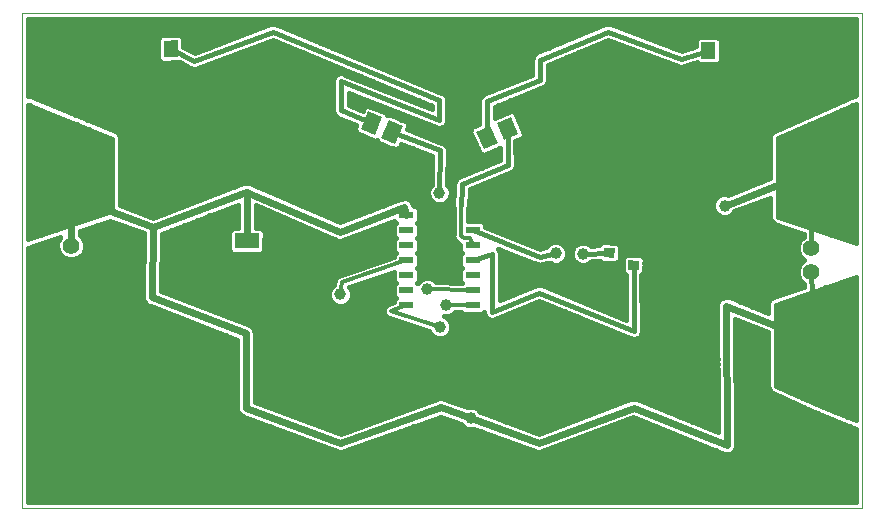
<source format=gtl>
G75*
%MOIN*%
%OFA0B0*%
%FSLAX25Y25*%
%IPPOS*%
%LPD*%
%AMOC8*
5,1,8,0,0,1.08239X$1,22.5*
%
%ADD10C,0.00394*%
%ADD11R,0.05000X0.08110*%
%ADD12R,0.04724X0.05512*%
%ADD13R,0.03150X0.03543*%
%ADD14R,0.05118X0.06299*%
%ADD15R,0.04724X0.02362*%
%ADD16C,0.21500*%
%ADD17C,0.05543*%
%ADD18C,0.02400*%
%ADD19C,0.03962*%
%ADD20C,0.01600*%
%ADD21C,0.01200*%
D10*
X0013034Y0012996D02*
X0293034Y0012996D01*
X0293034Y0177996D01*
X0013034Y0177996D01*
X0013034Y0012996D01*
D11*
G36*
X0083935Y0085755D02*
X0083978Y0090754D01*
X0092087Y0090683D01*
X0092044Y0085684D01*
X0083935Y0085755D01*
G37*
G36*
X0084055Y0099574D02*
X0084098Y0104573D01*
X0092207Y0104502D01*
X0092164Y0099503D01*
X0084055Y0099574D01*
G37*
D12*
G36*
X0060391Y0168813D02*
X0065114Y0168862D01*
X0065171Y0163351D01*
X0060448Y0163302D01*
X0060391Y0168813D01*
G37*
G36*
X0048581Y0168690D02*
X0053304Y0168739D01*
X0053361Y0163228D01*
X0048638Y0163179D01*
X0048581Y0168690D01*
G37*
G36*
X0244306Y0162737D02*
X0239583Y0162671D01*
X0239506Y0168181D01*
X0244229Y0168247D01*
X0244306Y0162737D01*
G37*
G36*
X0256115Y0162902D02*
X0251392Y0162836D01*
X0251315Y0168346D01*
X0256038Y0168412D01*
X0256115Y0162902D01*
G37*
D13*
G36*
X0219134Y0102947D02*
X0219008Y0099801D01*
X0215470Y0099943D01*
X0215596Y0103089D01*
X0219134Y0102947D01*
G37*
G36*
X0210723Y0099542D02*
X0210597Y0096396D01*
X0207059Y0096538D01*
X0207185Y0099684D01*
X0210723Y0099542D01*
G37*
G36*
X0218834Y0095473D02*
X0218708Y0092327D01*
X0215170Y0092469D01*
X0215296Y0095615D01*
X0218834Y0095473D01*
G37*
D14*
G36*
X0164555Y0138475D02*
X0169258Y0140491D01*
X0171739Y0134703D01*
X0167036Y0132687D01*
X0164555Y0138475D01*
G37*
G36*
X0171431Y0141422D02*
X0176134Y0143438D01*
X0178615Y0137650D01*
X0173912Y0135634D01*
X0171431Y0141422D01*
G37*
G36*
X0135442Y0142246D02*
X0140141Y0140221D01*
X0137650Y0134438D01*
X0132951Y0136463D01*
X0135442Y0142246D01*
G37*
G36*
X0128572Y0145205D02*
X0133271Y0143180D01*
X0130780Y0137397D01*
X0126081Y0139422D01*
X0128572Y0145205D01*
G37*
D15*
X0141305Y0110616D03*
X0141305Y0105616D03*
X0141305Y0100616D03*
X0141305Y0095616D03*
X0141305Y0090616D03*
X0141305Y0085616D03*
X0141305Y0080616D03*
X0163352Y0080616D03*
X0163352Y0085616D03*
X0163352Y0090616D03*
X0163352Y0095616D03*
X0163352Y0100616D03*
X0163352Y0105616D03*
X0163352Y0110616D03*
D16*
X0276631Y0125207D03*
X0277113Y0068760D03*
X0029744Y0066680D03*
X0029449Y0124296D03*
D17*
X0029561Y0100415D03*
X0029561Y0092541D03*
X0276268Y0091703D03*
X0276268Y0099577D03*
D18*
X0276631Y0125207D02*
X0247363Y0113776D01*
X0247877Y0080397D02*
X0248185Y0033876D01*
X0217011Y0046404D01*
X0185347Y0034613D01*
X0162765Y0042965D01*
X0152701Y0046650D01*
X0119318Y0034613D01*
X0087857Y0046329D01*
X0087741Y0071214D01*
X0056585Y0083268D01*
X0056722Y0106556D01*
X0029567Y0117011D01*
X0029449Y0124296D02*
X0029561Y0100415D01*
X0029561Y0092541D02*
X0029744Y0066680D01*
X0088131Y0102038D02*
X0088004Y0118409D01*
X0087983Y0118409D02*
X0056722Y0106556D01*
X0087983Y0118409D02*
X0119091Y0105111D01*
X0140655Y0113260D01*
X0141305Y0110616D01*
X0247877Y0080397D02*
X0277113Y0068760D01*
D19*
X0247363Y0113776D03*
X0200142Y0097702D03*
X0191048Y0097912D03*
X0154491Y0080661D03*
X0148296Y0085876D03*
X0152483Y0073329D03*
X0119323Y0084194D03*
X0088034Y0081247D03*
X0152287Y0118023D03*
X0162765Y0042965D03*
D20*
X0166033Y0044955D02*
X0165970Y0045107D01*
X0164907Y0046171D01*
X0163517Y0046746D01*
X0162013Y0046746D01*
X0161614Y0046581D01*
X0153857Y0049421D01*
X0153437Y0049619D01*
X0153300Y0049625D01*
X0153172Y0049672D01*
X0152708Y0049653D01*
X0152245Y0049675D01*
X0152116Y0049628D01*
X0151980Y0049622D01*
X0151559Y0049427D01*
X0119335Y0037808D01*
X0090847Y0048417D01*
X0090744Y0070660D01*
X0090755Y0070688D01*
X0090741Y0071256D01*
X0090738Y0071825D01*
X0090727Y0071852D01*
X0090726Y0071881D01*
X0090497Y0072401D01*
X0090277Y0072925D01*
X0090256Y0072946D01*
X0090244Y0072973D01*
X0089833Y0073365D01*
X0089429Y0073765D01*
X0089402Y0073776D01*
X0089380Y0073796D01*
X0088850Y0074002D01*
X0088324Y0074217D01*
X0088295Y0074216D01*
X0059597Y0085320D01*
X0059710Y0104480D01*
X0085038Y0114083D01*
X0085098Y0106364D01*
X0083368Y0106380D01*
X0082305Y0105334D01*
X0082248Y0098843D01*
X0083293Y0097780D01*
X0092894Y0097696D01*
X0093958Y0098741D01*
X0094014Y0105232D01*
X0092969Y0106296D01*
X0091098Y0106312D01*
X0091040Y0113839D01*
X0117884Y0102364D01*
X0118400Y0102131D01*
X0118432Y0102130D01*
X0118460Y0102118D01*
X0119027Y0102111D01*
X0119593Y0102094D01*
X0119623Y0102105D01*
X0119654Y0102104D01*
X0120180Y0102315D01*
X0137142Y0108725D01*
X0137142Y0108689D01*
X0137716Y0108116D01*
X0137142Y0107542D01*
X0137142Y0103689D01*
X0137716Y0103116D01*
X0137142Y0102542D01*
X0137142Y0098689D01*
X0137716Y0098116D01*
X0137142Y0097542D01*
X0137142Y0096724D01*
X0118951Y0090477D01*
X0118530Y0090347D01*
X0118500Y0090323D01*
X0118464Y0090310D01*
X0118134Y0090019D01*
X0117795Y0089738D01*
X0117777Y0089704D01*
X0117748Y0089678D01*
X0117555Y0089283D01*
X0117350Y0088893D01*
X0117346Y0088855D01*
X0117329Y0088820D01*
X0117302Y0088381D01*
X0117212Y0087412D01*
X0117181Y0087399D01*
X0116117Y0086336D01*
X0115541Y0084946D01*
X0115541Y0083442D01*
X0116117Y0082052D01*
X0117181Y0080988D01*
X0118570Y0080413D01*
X0120075Y0080413D01*
X0121464Y0080988D01*
X0122528Y0082052D01*
X0123104Y0083442D01*
X0123104Y0084946D01*
X0122528Y0086336D01*
X0122308Y0086555D01*
X0137142Y0091649D01*
X0137142Y0088689D01*
X0137716Y0088116D01*
X0137142Y0087542D01*
X0137142Y0083689D01*
X0137716Y0083116D01*
X0137142Y0082542D01*
X0137142Y0081585D01*
X0135629Y0081003D01*
X0135501Y0080993D01*
X0135187Y0080833D01*
X0134857Y0080706D01*
X0134765Y0080618D01*
X0134651Y0080560D01*
X0134421Y0080291D01*
X0134165Y0080048D01*
X0134113Y0079931D01*
X0134030Y0079834D01*
X0133921Y0079498D01*
X0133778Y0079175D01*
X0133775Y0079047D01*
X0133735Y0078926D01*
X0133763Y0078574D01*
X0133754Y0078221D01*
X0133800Y0078101D01*
X0133810Y0077974D01*
X0133970Y0077659D01*
X0134097Y0077330D01*
X0134185Y0077237D01*
X0134243Y0077123D01*
X0134511Y0076894D01*
X0134754Y0076638D01*
X0134871Y0076586D01*
X0134969Y0076503D01*
X0135304Y0076394D01*
X0135627Y0076250D01*
X0135755Y0076247D01*
X0148962Y0071951D01*
X0149278Y0071187D01*
X0150342Y0070124D01*
X0151731Y0069548D01*
X0153236Y0069548D01*
X0154625Y0070124D01*
X0155689Y0071187D01*
X0156265Y0072577D01*
X0156265Y0074081D01*
X0155689Y0075471D01*
X0154625Y0076534D01*
X0153791Y0076880D01*
X0155243Y0076880D01*
X0156633Y0077456D01*
X0157423Y0078246D01*
X0159644Y0078235D01*
X0160244Y0077635D01*
X0166460Y0077635D01*
X0167173Y0078348D01*
X0167169Y0077862D01*
X0167171Y0077858D01*
X0167171Y0077853D01*
X0167366Y0077377D01*
X0167558Y0076903D01*
X0167561Y0076900D01*
X0167563Y0076896D01*
X0167924Y0076532D01*
X0168284Y0076167D01*
X0168288Y0076165D01*
X0168292Y0076162D01*
X0168764Y0075964D01*
X0169237Y0075764D01*
X0169241Y0075764D01*
X0169246Y0075762D01*
X0169760Y0075760D01*
X0170271Y0075756D01*
X0170275Y0075758D01*
X0170280Y0075758D01*
X0170756Y0075953D01*
X0185652Y0081995D01*
X0215691Y0069693D01*
X0215694Y0069690D01*
X0216170Y0069497D01*
X0216645Y0069302D01*
X0216649Y0069302D01*
X0216652Y0069301D01*
X0217166Y0069304D01*
X0217679Y0069306D01*
X0217683Y0069308D01*
X0217686Y0069308D01*
X0218160Y0069508D01*
X0218633Y0069706D01*
X0218636Y0069709D01*
X0218639Y0069710D01*
X0219001Y0070077D01*
X0219362Y0070440D01*
X0219363Y0070444D01*
X0219366Y0070446D01*
X0219560Y0070924D01*
X0219754Y0071397D01*
X0219754Y0071401D01*
X0219755Y0071405D01*
X0219752Y0071919D01*
X0219750Y0072432D01*
X0219748Y0072435D01*
X0219624Y0090722D01*
X0220477Y0091509D01*
X0220664Y0096146D01*
X0219652Y0097242D01*
X0214622Y0097444D01*
X0213526Y0096433D01*
X0213340Y0091796D01*
X0214351Y0090700D01*
X0214424Y0090697D01*
X0214525Y0075790D01*
X0186656Y0087203D01*
X0186193Y0087399D01*
X0186178Y0087399D01*
X0186164Y0087405D01*
X0185661Y0087403D01*
X0185159Y0087407D01*
X0185145Y0087401D01*
X0185129Y0087401D01*
X0184666Y0087207D01*
X0172388Y0082226D01*
X0172448Y0097709D01*
X0172478Y0098142D01*
X0172450Y0098224D01*
X0172450Y0098310D01*
X0172286Y0098711D01*
X0172148Y0099123D01*
X0172091Y0099187D01*
X0172058Y0099267D01*
X0171893Y0099433D01*
X0184544Y0094419D01*
X0184769Y0094275D01*
X0185020Y0094230D01*
X0185257Y0094136D01*
X0185524Y0094140D01*
X0185787Y0094093D01*
X0186036Y0094148D01*
X0186291Y0094152D01*
X0186536Y0094258D01*
X0188847Y0094766D01*
X0188906Y0094706D01*
X0190296Y0094131D01*
X0191800Y0094131D01*
X0193190Y0094706D01*
X0194253Y0095770D01*
X0194829Y0097160D01*
X0194829Y0098664D01*
X0194253Y0100054D01*
X0193190Y0101117D01*
X0191800Y0101693D01*
X0190296Y0101693D01*
X0188906Y0101117D01*
X0187842Y0100054D01*
X0187758Y0099851D01*
X0185953Y0099454D01*
X0167514Y0106763D01*
X0167514Y0107542D01*
X0166460Y0108597D01*
X0161820Y0108597D01*
X0161848Y0113046D01*
X0162031Y0113443D01*
X0162123Y0115729D01*
X0162138Y0115745D01*
X0162526Y0116703D01*
X0162505Y0119288D01*
X0175584Y0124634D01*
X0175595Y0124634D01*
X0176061Y0124829D01*
X0176530Y0125021D01*
X0176539Y0125029D01*
X0176549Y0125033D01*
X0176905Y0125392D01*
X0177265Y0125749D01*
X0177270Y0125759D01*
X0177278Y0125767D01*
X0177470Y0126235D01*
X0177666Y0126703D01*
X0177666Y0126714D01*
X0177670Y0126724D01*
X0177668Y0127230D01*
X0177670Y0127737D01*
X0177666Y0127747D01*
X0177639Y0135272D01*
X0180010Y0136289D01*
X0180564Y0137673D01*
X0177495Y0144833D01*
X0176110Y0145387D01*
X0170767Y0143097D01*
X0170779Y0146808D01*
X0186706Y0153226D01*
X0187171Y0153405D01*
X0187185Y0153419D01*
X0187202Y0153426D01*
X0187558Y0153775D01*
X0187920Y0154119D01*
X0187927Y0154137D01*
X0187941Y0154150D01*
X0188136Y0154609D01*
X0188338Y0155065D01*
X0188338Y0155084D01*
X0188346Y0155102D01*
X0188351Y0155601D01*
X0188472Y0160708D01*
X0208450Y0168993D01*
X0231929Y0160242D01*
X0232249Y0160077D01*
X0232410Y0160063D01*
X0232561Y0160006D01*
X0232921Y0160019D01*
X0233280Y0159989D01*
X0233434Y0160038D01*
X0233595Y0160044D01*
X0233922Y0160193D01*
X0238162Y0161541D01*
X0238862Y0160860D01*
X0245077Y0160947D01*
X0246116Y0162016D01*
X0246019Y0169018D01*
X0244949Y0170058D01*
X0238735Y0169971D01*
X0237695Y0168902D01*
X0237723Y0166858D01*
X0233052Y0165373D01*
X0209351Y0174206D01*
X0208916Y0174387D01*
X0208868Y0174387D01*
X0208823Y0174403D01*
X0208352Y0174386D01*
X0207881Y0174386D01*
X0207837Y0174368D01*
X0207789Y0174366D01*
X0207361Y0174170D01*
X0184946Y0164875D01*
X0184493Y0164700D01*
X0184469Y0164678D01*
X0184439Y0164665D01*
X0184096Y0164322D01*
X0183744Y0163986D01*
X0183731Y0163956D01*
X0183708Y0163933D01*
X0183522Y0163484D01*
X0183326Y0163040D01*
X0183325Y0163008D01*
X0183313Y0162978D01*
X0183313Y0162492D01*
X0183192Y0157416D01*
X0167684Y0151168D01*
X0167675Y0151168D01*
X0167205Y0150975D01*
X0166733Y0150784D01*
X0166727Y0150778D01*
X0166718Y0150775D01*
X0166358Y0150416D01*
X0165994Y0150060D01*
X0165991Y0150052D01*
X0165985Y0150046D01*
X0165788Y0149576D01*
X0165589Y0149108D01*
X0165589Y0149099D01*
X0165586Y0149091D01*
X0165584Y0148582D01*
X0165579Y0148074D01*
X0165583Y0148066D01*
X0165561Y0140866D01*
X0163160Y0139837D01*
X0162606Y0138452D01*
X0165675Y0131292D01*
X0167060Y0130738D01*
X0172447Y0133047D01*
X0172462Y0128975D01*
X0159370Y0123624D01*
X0159352Y0123624D01*
X0158892Y0123429D01*
X0158428Y0123240D01*
X0158416Y0123227D01*
X0158400Y0123221D01*
X0158049Y0122864D01*
X0157693Y0122512D01*
X0157687Y0122496D01*
X0157675Y0122483D01*
X0157487Y0122019D01*
X0157293Y0121558D01*
X0157293Y0121541D01*
X0157287Y0121524D01*
X0157291Y0121024D01*
X0157288Y0120523D01*
X0157295Y0120507D01*
X0157320Y0117356D01*
X0156952Y0116559D01*
X0156835Y0113652D01*
X0157048Y0113075D01*
X0156993Y0104257D01*
X0156990Y0104249D01*
X0156990Y0103779D01*
X0156987Y0103310D01*
X0156990Y0103302D01*
X0156990Y0103295D01*
X0157170Y0102860D01*
X0157347Y0102425D01*
X0157352Y0102420D01*
X0157355Y0102412D01*
X0157687Y0102080D01*
X0158018Y0101746D01*
X0158025Y0101743D01*
X0158292Y0101475D01*
X0158967Y0100800D01*
X0159190Y0100708D01*
X0159190Y0098689D01*
X0159763Y0098116D01*
X0159190Y0097542D01*
X0159190Y0093689D01*
X0159763Y0093116D01*
X0159190Y0092542D01*
X0159190Y0088689D01*
X0159763Y0088116D01*
X0159726Y0088079D01*
X0151295Y0088224D01*
X0150438Y0089081D01*
X0149048Y0089657D01*
X0147544Y0089657D01*
X0146154Y0089081D01*
X0145091Y0088017D01*
X0145062Y0087948D01*
X0144894Y0088116D01*
X0145467Y0088689D01*
X0145467Y0092542D01*
X0144894Y0093116D01*
X0145467Y0093689D01*
X0145467Y0097542D01*
X0144894Y0098116D01*
X0145467Y0098689D01*
X0145467Y0102542D01*
X0144894Y0103116D01*
X0145467Y0103689D01*
X0145467Y0107542D01*
X0144894Y0108116D01*
X0145467Y0108689D01*
X0145467Y0112542D01*
X0144412Y0113597D01*
X0143668Y0113597D01*
X0143673Y0113762D01*
X0143526Y0114151D01*
X0143427Y0114555D01*
X0143317Y0114705D01*
X0143251Y0114879D01*
X0142966Y0115182D01*
X0142720Y0115517D01*
X0142561Y0115613D01*
X0142434Y0115749D01*
X0142055Y0115920D01*
X0141699Y0116135D01*
X0141516Y0116163D01*
X0141346Y0116240D01*
X0140931Y0116253D01*
X0140520Y0116316D01*
X0140339Y0116271D01*
X0140153Y0116277D01*
X0139764Y0116130D01*
X0139361Y0116031D01*
X0139211Y0115921D01*
X0119160Y0108344D01*
X0089722Y0120928D01*
X0089684Y0120966D01*
X0088958Y0121260D01*
X0088671Y0121389D01*
X0088641Y0121390D01*
X0088614Y0121402D01*
X0088608Y0121402D01*
X0088578Y0121414D01*
X0088002Y0121409D01*
X0087478Y0121425D01*
X0087450Y0121415D01*
X0087420Y0121415D01*
X0087394Y0121405D01*
X0087384Y0121405D01*
X0087203Y0121328D01*
X0086893Y0121203D01*
X0056730Y0109767D01*
X0045820Y0113968D01*
X0045820Y0135606D01*
X0045823Y0135615D01*
X0045820Y0136163D01*
X0045820Y0136711D01*
X0045816Y0136720D01*
X0045816Y0136729D01*
X0045604Y0137233D01*
X0045394Y0137740D01*
X0045387Y0137747D01*
X0045384Y0137755D01*
X0044994Y0138140D01*
X0044606Y0138528D01*
X0044598Y0138531D01*
X0044591Y0138538D01*
X0044084Y0138744D01*
X0043577Y0138954D01*
X0043568Y0138954D01*
X0015031Y0150563D01*
X0015031Y0175999D01*
X0291037Y0175999D01*
X0291037Y0150613D01*
X0264015Y0138669D01*
X0263559Y0138476D01*
X0263543Y0138460D01*
X0263521Y0138450D01*
X0263180Y0138093D01*
X0262832Y0137741D01*
X0262824Y0137719D01*
X0262807Y0137702D01*
X0262762Y0137585D01*
X0262729Y0137571D01*
X0262729Y0137498D01*
X0262629Y0137241D01*
X0262443Y0136783D01*
X0262443Y0136759D01*
X0262434Y0136737D01*
X0262446Y0136242D01*
X0262527Y0122919D01*
X0248446Y0117420D01*
X0248115Y0117557D01*
X0246611Y0117557D01*
X0245221Y0116981D01*
X0244157Y0115918D01*
X0243582Y0114528D01*
X0243582Y0113024D01*
X0244157Y0111634D01*
X0245221Y0110570D01*
X0246611Y0109995D01*
X0248115Y0109995D01*
X0249505Y0110570D01*
X0250568Y0111634D01*
X0250654Y0111841D01*
X0262566Y0116493D01*
X0262577Y0114728D01*
X0262537Y0108778D01*
X0262982Y0108638D01*
X0263010Y0108571D01*
X0263067Y0108515D01*
X0263103Y0108443D01*
X0263433Y0108153D01*
X0263746Y0107844D01*
X0263820Y0107814D01*
X0263881Y0107761D01*
X0264297Y0107620D01*
X0264704Y0107454D01*
X0264784Y0107455D01*
X0273736Y0104418D01*
X0273723Y0103471D01*
X0273678Y0103453D01*
X0272392Y0102167D01*
X0271696Y0100486D01*
X0271696Y0098668D01*
X0272392Y0096987D01*
X0273678Y0095701D01*
X0273827Y0095640D01*
X0273678Y0095579D01*
X0272392Y0094293D01*
X0271696Y0092612D01*
X0271696Y0090794D01*
X0272392Y0089113D01*
X0273678Y0087827D01*
X0273811Y0087772D01*
X0273846Y0086821D01*
X0263961Y0083392D01*
X0263874Y0083392D01*
X0263475Y0083224D01*
X0263066Y0083082D01*
X0263001Y0083024D01*
X0262921Y0082990D01*
X0262616Y0082682D01*
X0262293Y0082395D01*
X0262255Y0082316D01*
X0262194Y0082255D01*
X0262030Y0081854D01*
X0261841Y0081464D01*
X0261836Y0081377D01*
X0261803Y0081297D01*
X0261806Y0080864D01*
X0261780Y0080431D01*
X0261809Y0080349D01*
X0261822Y0078075D01*
X0248997Y0083180D01*
X0248454Y0083401D01*
X0248443Y0083401D01*
X0248433Y0083405D01*
X0247846Y0083397D01*
X0247261Y0083393D01*
X0247250Y0083388D01*
X0247239Y0083388D01*
X0246701Y0083157D01*
X0246161Y0082929D01*
X0246153Y0082921D01*
X0246143Y0082916D01*
X0245735Y0082497D01*
X0245323Y0082079D01*
X0245319Y0082069D01*
X0245311Y0082061D01*
X0245094Y0081516D01*
X0244874Y0080974D01*
X0244874Y0080962D01*
X0244869Y0080952D01*
X0244878Y0080366D01*
X0245155Y0038327D01*
X0218195Y0049162D01*
X0217716Y0049381D01*
X0217644Y0049383D01*
X0217576Y0049410D01*
X0217050Y0049405D01*
X0216524Y0049424D01*
X0216456Y0049399D01*
X0216383Y0049398D01*
X0215899Y0049191D01*
X0185344Y0037813D01*
X0166033Y0044955D01*
X0166029Y0044966D02*
X0204552Y0044966D01*
X0200260Y0043367D02*
X0170325Y0043367D01*
X0174647Y0041769D02*
X0195967Y0041769D01*
X0191674Y0040170D02*
X0178969Y0040170D01*
X0183291Y0038572D02*
X0187382Y0038572D01*
X0191697Y0033776D02*
X0240388Y0033776D01*
X0244365Y0032178D02*
X0187404Y0032178D01*
X0186499Y0031841D02*
X0216970Y0043188D01*
X0247061Y0031095D01*
X0247608Y0030872D01*
X0247614Y0030872D01*
X0247620Y0030870D01*
X0248211Y0030876D01*
X0248801Y0030880D01*
X0248807Y0030883D01*
X0248813Y0030883D01*
X0249357Y0031114D01*
X0249901Y0031344D01*
X0249905Y0031349D01*
X0249911Y0031351D01*
X0250324Y0031773D01*
X0250739Y0032194D01*
X0250742Y0032199D01*
X0250746Y0032204D01*
X0250966Y0032752D01*
X0251189Y0033299D01*
X0251189Y0033305D01*
X0251191Y0033311D01*
X0251185Y0033902D01*
X0250907Y0075962D01*
X0261860Y0071602D01*
X0261966Y0053645D01*
X0261951Y0053177D01*
X0261969Y0053129D01*
X0261969Y0053079D01*
X0262151Y0052647D01*
X0262316Y0052209D01*
X0262351Y0052172D01*
X0262371Y0052126D01*
X0262704Y0051796D01*
X0263024Y0051455D01*
X0263070Y0051434D01*
X0263106Y0051398D01*
X0263540Y0051222D01*
X0277956Y0044707D01*
X0277998Y0044666D01*
X0278425Y0044495D01*
X0278845Y0044305D01*
X0278903Y0044303D01*
X0291037Y0039445D01*
X0291037Y0014993D01*
X0015031Y0014993D01*
X0015031Y0099631D01*
X0025916Y0103235D01*
X0025685Y0103004D01*
X0024989Y0101324D01*
X0024989Y0099505D01*
X0025685Y0097825D01*
X0026971Y0096539D01*
X0028651Y0095843D01*
X0030470Y0095843D01*
X0032150Y0096539D01*
X0033436Y0097825D01*
X0034132Y0099505D01*
X0034132Y0101324D01*
X0033436Y0103004D01*
X0032544Y0103896D01*
X0032537Y0105428D01*
X0042625Y0108768D01*
X0053710Y0104501D01*
X0053588Y0083837D01*
X0053572Y0083794D01*
X0053585Y0083242D01*
X0053581Y0082689D01*
X0053599Y0082647D01*
X0053600Y0082601D01*
X0053823Y0082096D01*
X0054032Y0081584D01*
X0054064Y0081552D01*
X0054082Y0081510D01*
X0054482Y0081128D01*
X0054871Y0080735D01*
X0054913Y0080718D01*
X0054946Y0080686D01*
X0055461Y0080487D01*
X0055970Y0080272D01*
X0056016Y0080272D01*
X0084751Y0069154D01*
X0084854Y0046863D01*
X0084837Y0046817D01*
X0084857Y0046268D01*
X0084859Y0045718D01*
X0084878Y0045673D01*
X0084880Y0045624D01*
X0085109Y0045124D01*
X0085321Y0044618D01*
X0085356Y0044583D01*
X0085377Y0044539D01*
X0085779Y0044164D01*
X0086169Y0043778D01*
X0086215Y0043759D01*
X0086250Y0043726D01*
X0086765Y0043534D01*
X0087274Y0043326D01*
X0087323Y0043326D01*
X0118155Y0031845D01*
X0118582Y0031644D01*
X0118711Y0031638D01*
X0118831Y0031593D01*
X0119303Y0031611D01*
X0119775Y0031589D01*
X0119895Y0031632D01*
X0120023Y0031637D01*
X0120453Y0031833D01*
X0152693Y0043458D01*
X0159500Y0040966D01*
X0159559Y0040823D01*
X0160623Y0039760D01*
X0162013Y0039184D01*
X0163517Y0039184D01*
X0163905Y0039345D01*
X0184201Y0031838D01*
X0184642Y0031637D01*
X0184758Y0031632D01*
X0184866Y0031592D01*
X0185350Y0031611D01*
X0185835Y0031593D01*
X0185943Y0031634D01*
X0186059Y0031638D01*
X0186499Y0031841D01*
X0183283Y0032178D02*
X0121409Y0032178D01*
X0117261Y0032178D02*
X0015031Y0032178D01*
X0015031Y0033776D02*
X0112969Y0033776D01*
X0108676Y0035375D02*
X0015031Y0035375D01*
X0015031Y0036973D02*
X0104383Y0036973D01*
X0100091Y0038572D02*
X0015031Y0038572D01*
X0015031Y0040170D02*
X0095798Y0040170D01*
X0091505Y0041769D02*
X0015031Y0041769D01*
X0015031Y0043367D02*
X0087173Y0043367D01*
X0085175Y0044966D02*
X0015031Y0044966D01*
X0015031Y0046564D02*
X0084846Y0046564D01*
X0084848Y0048163D02*
X0015031Y0048163D01*
X0015031Y0049761D02*
X0084841Y0049761D01*
X0084833Y0051360D02*
X0015031Y0051360D01*
X0015031Y0052959D02*
X0084826Y0052959D01*
X0084818Y0054557D02*
X0015031Y0054557D01*
X0015031Y0056156D02*
X0084811Y0056156D01*
X0084804Y0057754D02*
X0015031Y0057754D01*
X0015031Y0059353D02*
X0084796Y0059353D01*
X0084789Y0060951D02*
X0015031Y0060951D01*
X0015031Y0062550D02*
X0084781Y0062550D01*
X0084774Y0064148D02*
X0015031Y0064148D01*
X0015031Y0065747D02*
X0084767Y0065747D01*
X0084759Y0067345D02*
X0015031Y0067345D01*
X0015031Y0068944D02*
X0084752Y0068944D01*
X0081164Y0070542D02*
X0015031Y0070542D01*
X0015031Y0072141D02*
X0077032Y0072141D01*
X0072901Y0073739D02*
X0015031Y0073739D01*
X0015031Y0075338D02*
X0068769Y0075338D01*
X0064637Y0076936D02*
X0015031Y0076936D01*
X0015031Y0078535D02*
X0060506Y0078535D01*
X0056374Y0080133D02*
X0015031Y0080133D01*
X0015031Y0081732D02*
X0053972Y0081732D01*
X0053583Y0083330D02*
X0015031Y0083330D01*
X0015031Y0084929D02*
X0053595Y0084929D01*
X0053604Y0086527D02*
X0015031Y0086527D01*
X0015031Y0088126D02*
X0053613Y0088126D01*
X0053623Y0089724D02*
X0015031Y0089724D01*
X0015031Y0091323D02*
X0053632Y0091323D01*
X0053642Y0092921D02*
X0015031Y0092921D01*
X0015031Y0094520D02*
X0053651Y0094520D01*
X0053660Y0096118D02*
X0031135Y0096118D01*
X0033328Y0097717D02*
X0053670Y0097717D01*
X0053679Y0099315D02*
X0034053Y0099315D01*
X0034132Y0100914D02*
X0053689Y0100914D01*
X0053698Y0102512D02*
X0033640Y0102512D01*
X0032543Y0104111D02*
X0053707Y0104111D01*
X0050571Y0105709D02*
X0033388Y0105709D01*
X0034135Y0108906D02*
X0015231Y0108906D01*
X0015231Y0107308D02*
X0029308Y0107308D01*
X0024481Y0105709D02*
X0015231Y0105709D01*
X0015231Y0104111D02*
X0019654Y0104111D01*
X0023733Y0102512D02*
X0025481Y0102512D01*
X0024989Y0100914D02*
X0018906Y0100914D01*
X0015231Y0102646D02*
X0015231Y0147459D01*
X0043020Y0136154D01*
X0043020Y0111849D01*
X0015231Y0102646D01*
X0015031Y0099315D02*
X0025067Y0099315D01*
X0025793Y0097717D02*
X0015031Y0097717D01*
X0015031Y0096118D02*
X0027986Y0096118D01*
X0038215Y0107308D02*
X0046419Y0107308D01*
X0043020Y0112103D02*
X0015231Y0112103D01*
X0015231Y0110505D02*
X0038962Y0110505D01*
X0043020Y0113702D02*
X0015231Y0113702D01*
X0015231Y0115300D02*
X0043020Y0115300D01*
X0043020Y0116899D02*
X0015231Y0116899D01*
X0015231Y0118497D02*
X0043020Y0118497D01*
X0043020Y0120096D02*
X0015231Y0120096D01*
X0015231Y0121695D02*
X0043020Y0121695D01*
X0043020Y0123293D02*
X0015231Y0123293D01*
X0015231Y0124892D02*
X0043020Y0124892D01*
X0043020Y0126490D02*
X0015231Y0126490D01*
X0015231Y0128089D02*
X0043020Y0128089D01*
X0043020Y0129687D02*
X0015231Y0129687D01*
X0015231Y0131286D02*
X0043020Y0131286D01*
X0043020Y0132884D02*
X0015231Y0132884D01*
X0015231Y0134483D02*
X0043020Y0134483D01*
X0043020Y0136081D02*
X0015231Y0136081D01*
X0015231Y0137680D02*
X0039270Y0137680D01*
X0042771Y0139278D02*
X0124199Y0139278D01*
X0124131Y0139447D02*
X0124683Y0138062D01*
X0130753Y0135448D01*
X0131325Y0135675D01*
X0131553Y0135103D01*
X0137623Y0132489D01*
X0139009Y0133040D01*
X0139589Y0134387D01*
X0149826Y0130451D01*
X0149718Y0120802D01*
X0149081Y0120165D01*
X0148506Y0118776D01*
X0148506Y0117271D01*
X0149081Y0115882D01*
X0150145Y0114818D01*
X0151535Y0114242D01*
X0153039Y0114242D01*
X0154429Y0114818D01*
X0155492Y0115882D01*
X0156068Y0117271D01*
X0156068Y0118776D01*
X0155492Y0120165D01*
X0154917Y0120740D01*
X0155041Y0131733D01*
X0155059Y0131779D01*
X0155047Y0132248D01*
X0155052Y0132717D01*
X0155033Y0132763D01*
X0155032Y0132813D01*
X0154842Y0133242D01*
X0154667Y0133677D01*
X0154632Y0133713D01*
X0154612Y0133758D01*
X0154272Y0134081D01*
X0153944Y0134417D01*
X0153898Y0134436D01*
X0153862Y0134471D01*
X0153424Y0134639D01*
X0152993Y0134823D01*
X0152943Y0134824D01*
X0141647Y0139166D01*
X0142090Y0140195D01*
X0141539Y0141581D01*
X0135469Y0144195D01*
X0134896Y0143967D01*
X0134669Y0144539D01*
X0128598Y0147154D01*
X0127213Y0146602D01*
X0126684Y0145374D01*
X0122093Y0147299D01*
X0122064Y0151385D01*
X0127883Y0148983D01*
X0127904Y0148963D01*
X0128360Y0148786D01*
X0128812Y0148599D01*
X0128841Y0148599D01*
X0151281Y0139890D01*
X0151725Y0139704D01*
X0151762Y0139704D01*
X0151797Y0139690D01*
X0152278Y0139701D01*
X0152759Y0139698D01*
X0152794Y0139713D01*
X0152831Y0139713D01*
X0153271Y0139908D01*
X0153717Y0140089D01*
X0153743Y0140116D01*
X0153778Y0140131D01*
X0154110Y0140478D01*
X0154452Y0140817D01*
X0154467Y0140851D01*
X0154492Y0140878D01*
X0154666Y0141327D01*
X0154853Y0141770D01*
X0154853Y0141808D01*
X0154867Y0141843D01*
X0154856Y0142323D01*
X0154888Y0148371D01*
X0154892Y0148380D01*
X0154891Y0148888D01*
X0154893Y0149396D01*
X0154890Y0149405D01*
X0154890Y0149415D01*
X0154694Y0149884D01*
X0154503Y0150353D01*
X0154496Y0150360D01*
X0154492Y0150369D01*
X0154132Y0150728D01*
X0153775Y0151089D01*
X0153766Y0151092D01*
X0153759Y0151099D01*
X0153291Y0151292D01*
X0152822Y0151490D01*
X0152812Y0151490D01*
X0098510Y0173858D01*
X0098403Y0173971D01*
X0098206Y0174060D01*
X0098034Y0174191D01*
X0097739Y0174270D01*
X0097460Y0174396D01*
X0097244Y0174402D01*
X0097035Y0174458D01*
X0096732Y0174417D01*
X0096426Y0174426D01*
X0096224Y0174350D01*
X0096010Y0174321D01*
X0095745Y0174168D01*
X0070800Y0164698D01*
X0066936Y0166790D01*
X0066906Y0169627D01*
X0065841Y0170671D01*
X0059626Y0170606D01*
X0058582Y0169540D01*
X0058656Y0162538D01*
X0059721Y0161494D01*
X0065680Y0161557D01*
X0069004Y0159757D01*
X0069072Y0159685D01*
X0069456Y0159512D01*
X0069827Y0159312D01*
X0069925Y0159301D01*
X0070015Y0159261D01*
X0070436Y0159248D01*
X0070856Y0159205D01*
X0070950Y0159233D01*
X0071049Y0159230D01*
X0071443Y0159380D01*
X0071847Y0159500D01*
X0071924Y0159562D01*
X0096714Y0168974D01*
X0149681Y0147155D01*
X0149676Y0146091D01*
X0130293Y0153613D01*
X0120900Y0157492D01*
X0120894Y0157497D01*
X0120421Y0157689D01*
X0119951Y0157884D01*
X0119943Y0157884D01*
X0119936Y0157887D01*
X0119426Y0157883D01*
X0118917Y0157882D01*
X0118909Y0157879D01*
X0118902Y0157879D01*
X0118433Y0157681D01*
X0117962Y0157485D01*
X0117956Y0157480D01*
X0117949Y0157477D01*
X0117591Y0157114D01*
X0117231Y0156753D01*
X0117228Y0156746D01*
X0117222Y0156740D01*
X0117031Y0156268D01*
X0116836Y0155797D01*
X0116836Y0155789D01*
X0116833Y0155782D01*
X0116837Y0155272D01*
X0116838Y0154763D01*
X0116841Y0154755D01*
X0116905Y0145561D01*
X0116903Y0145058D01*
X0116909Y0145044D01*
X0116909Y0145029D01*
X0117105Y0144566D01*
X0117295Y0144101D01*
X0117306Y0144090D01*
X0117312Y0144076D01*
X0117670Y0143723D01*
X0118023Y0143367D01*
X0118037Y0143361D01*
X0118048Y0143350D01*
X0118514Y0143161D01*
X0124627Y0140598D01*
X0124131Y0139447D01*
X0123962Y0140877D02*
X0038842Y0140877D01*
X0035341Y0139278D02*
X0015231Y0139278D01*
X0015231Y0140877D02*
X0031412Y0140877D01*
X0034913Y0142475D02*
X0120149Y0142475D01*
X0117314Y0144074D02*
X0030984Y0144074D01*
X0027482Y0142475D02*
X0015231Y0142475D01*
X0015231Y0144074D02*
X0023553Y0144074D01*
X0023125Y0147271D02*
X0116893Y0147271D01*
X0116882Y0148869D02*
X0019196Y0148869D01*
X0019624Y0145672D02*
X0015231Y0145672D01*
X0015231Y0147271D02*
X0015695Y0147271D01*
X0015266Y0150468D02*
X0116871Y0150468D01*
X0116860Y0152066D02*
X0015031Y0152066D01*
X0015031Y0153665D02*
X0116848Y0153665D01*
X0116837Y0155263D02*
X0015031Y0155263D01*
X0015031Y0156862D02*
X0117339Y0156862D01*
X0119437Y0155283D02*
X0129327Y0151200D01*
X0152256Y0142301D01*
X0152291Y0148892D01*
X0096933Y0171695D01*
X0096865Y0171812D01*
X0070610Y0161844D01*
X0062781Y0166082D01*
X0058615Y0166453D02*
X0015031Y0166453D01*
X0015031Y0168051D02*
X0058598Y0168051D01*
X0058690Y0169650D02*
X0015031Y0169650D01*
X0015031Y0171248D02*
X0088055Y0171248D01*
X0083844Y0169650D02*
X0066883Y0169650D01*
X0066923Y0168051D02*
X0079634Y0168051D01*
X0075424Y0166453D02*
X0067558Y0166453D01*
X0070511Y0164854D02*
X0071213Y0164854D01*
X0077443Y0161657D02*
X0114476Y0161657D01*
X0118356Y0160059D02*
X0073232Y0160059D01*
X0068447Y0160059D02*
X0015031Y0160059D01*
X0015031Y0161657D02*
X0059555Y0161657D01*
X0058648Y0163256D02*
X0015031Y0163256D01*
X0015031Y0164854D02*
X0058631Y0164854D01*
X0081653Y0163256D02*
X0110595Y0163256D01*
X0106714Y0164854D02*
X0085864Y0164854D01*
X0090074Y0166453D02*
X0102834Y0166453D01*
X0098953Y0168051D02*
X0094285Y0168051D01*
X0092265Y0172847D02*
X0015031Y0172847D01*
X0015031Y0174445D02*
X0096942Y0174445D01*
X0097081Y0174445D02*
X0291037Y0174445D01*
X0291037Y0172847D02*
X0212999Y0172847D01*
X0208400Y0171786D02*
X0232985Y0162623D01*
X0241906Y0165459D01*
X0246077Y0164854D02*
X0291037Y0164854D01*
X0291037Y0163256D02*
X0246099Y0163256D01*
X0245767Y0161657D02*
X0291037Y0161657D01*
X0291037Y0160059D02*
X0233628Y0160059D01*
X0232421Y0160059D02*
X0188457Y0160059D01*
X0188419Y0158460D02*
X0291037Y0158460D01*
X0291037Y0156862D02*
X0188381Y0156862D01*
X0188347Y0155263D02*
X0291037Y0155263D01*
X0291037Y0153665D02*
X0187446Y0153665D01*
X0185751Y0155644D02*
X0168184Y0148566D01*
X0168147Y0136589D01*
X0164308Y0134483D02*
X0153831Y0134483D01*
X0155001Y0132884D02*
X0164993Y0132884D01*
X0165691Y0131286D02*
X0155036Y0131286D01*
X0155018Y0129687D02*
X0172459Y0129687D01*
X0172453Y0131286D02*
X0168337Y0131286D01*
X0172067Y0132884D02*
X0172447Y0132884D01*
X0177647Y0132884D02*
X0262466Y0132884D01*
X0262476Y0131286D02*
X0177653Y0131286D01*
X0177659Y0129687D02*
X0262486Y0129687D01*
X0262495Y0128089D02*
X0177665Y0128089D01*
X0177576Y0126490D02*
X0262505Y0126490D01*
X0262515Y0124892D02*
X0176214Y0124892D01*
X0175068Y0127232D02*
X0175023Y0139536D01*
X0179191Y0140877D02*
X0269011Y0140877D01*
X0271825Y0139278D02*
X0291037Y0139278D01*
X0291037Y0137680D02*
X0268209Y0137680D01*
X0265394Y0139278D02*
X0179876Y0139278D01*
X0180561Y0137680D02*
X0262799Y0137680D01*
X0262447Y0136081D02*
X0179526Y0136081D01*
X0177641Y0134483D02*
X0262457Y0134483D01*
X0265057Y0134483D02*
X0291037Y0134483D01*
X0291037Y0136081D02*
X0265047Y0136081D01*
X0265046Y0136281D02*
X0265205Y0110057D01*
X0291037Y0101296D01*
X0291037Y0147771D01*
X0265046Y0136281D01*
X0265066Y0132884D02*
X0291037Y0132884D01*
X0291037Y0131286D02*
X0265076Y0131286D01*
X0265086Y0129687D02*
X0291037Y0129687D01*
X0291037Y0128089D02*
X0265096Y0128089D01*
X0265105Y0126490D02*
X0291037Y0126490D01*
X0291037Y0124892D02*
X0265115Y0124892D01*
X0265125Y0123293D02*
X0291037Y0123293D01*
X0291037Y0121695D02*
X0265134Y0121695D01*
X0265144Y0120096D02*
X0291037Y0120096D01*
X0291037Y0118497D02*
X0265154Y0118497D01*
X0265164Y0116899D02*
X0291037Y0116899D01*
X0291037Y0115300D02*
X0265173Y0115300D01*
X0265183Y0113702D02*
X0291037Y0113702D01*
X0291037Y0112103D02*
X0265193Y0112103D01*
X0265203Y0110505D02*
X0291037Y0110505D01*
X0291037Y0108906D02*
X0268598Y0108906D01*
X0269930Y0105709D02*
X0170172Y0105709D01*
X0167514Y0107308D02*
X0265217Y0107308D01*
X0262538Y0108906D02*
X0161822Y0108906D01*
X0161832Y0110505D02*
X0245379Y0110505D01*
X0243963Y0112103D02*
X0161842Y0112103D01*
X0162041Y0113702D02*
X0243582Y0113702D01*
X0243902Y0115300D02*
X0162106Y0115300D01*
X0162524Y0116899D02*
X0245138Y0116899D01*
X0251206Y0118497D02*
X0162511Y0118497D01*
X0164481Y0120096D02*
X0255298Y0120096D01*
X0259391Y0121695D02*
X0168392Y0121695D01*
X0172303Y0123293D02*
X0262525Y0123293D01*
X0262573Y0115300D02*
X0259512Y0115300D01*
X0262570Y0113702D02*
X0255419Y0113702D01*
X0251327Y0112103D02*
X0262559Y0112103D01*
X0262549Y0110505D02*
X0249346Y0110505D01*
X0271874Y0100914D02*
X0211908Y0100914D01*
X0211541Y0101311D02*
X0206511Y0101513D01*
X0205422Y0100508D01*
X0202785Y0100406D01*
X0202284Y0100907D01*
X0200894Y0101483D01*
X0199390Y0101483D01*
X0198000Y0100907D01*
X0196936Y0099843D01*
X0196361Y0098454D01*
X0196361Y0096950D01*
X0196936Y0095560D01*
X0198000Y0094496D01*
X0199390Y0093921D01*
X0200894Y0093921D01*
X0202284Y0094496D01*
X0202998Y0095210D01*
X0205735Y0095316D01*
X0206240Y0094769D01*
X0211271Y0094567D01*
X0212366Y0095578D01*
X0212553Y0100215D01*
X0211541Y0101311D01*
X0212517Y0099315D02*
X0271696Y0099315D01*
X0272090Y0097717D02*
X0212452Y0097717D01*
X0212388Y0096118D02*
X0213513Y0096118D01*
X0213449Y0094520D02*
X0202307Y0094520D01*
X0200142Y0097702D02*
X0208891Y0098040D01*
X0205862Y0100914D02*
X0202267Y0100914D01*
X0198016Y0100914D02*
X0193393Y0100914D01*
X0194559Y0099315D02*
X0196718Y0099315D01*
X0196361Y0097717D02*
X0194829Y0097717D01*
X0194398Y0096118D02*
X0196705Y0096118D01*
X0197976Y0094520D02*
X0192739Y0094520D01*
X0189356Y0094520D02*
X0187727Y0094520D01*
X0185734Y0096744D02*
X0191048Y0097912D01*
X0188703Y0100914D02*
X0182270Y0100914D01*
X0178237Y0102512D02*
X0272738Y0102512D01*
X0273732Y0104111D02*
X0174204Y0104111D01*
X0172191Y0099315D02*
X0172010Y0099315D01*
X0172449Y0097717D02*
X0176223Y0097717D01*
X0172442Y0096118D02*
X0180256Y0096118D01*
X0184289Y0094520D02*
X0172436Y0094520D01*
X0172430Y0092921D02*
X0213385Y0092921D01*
X0213776Y0091323D02*
X0172423Y0091323D01*
X0172417Y0089724D02*
X0214431Y0089724D01*
X0214441Y0088126D02*
X0172411Y0088126D01*
X0172405Y0086527D02*
X0182991Y0086527D01*
X0185657Y0084803D02*
X0169773Y0078360D01*
X0169848Y0097803D01*
X0163352Y0095616D01*
X0159190Y0096118D02*
X0145467Y0096118D01*
X0145467Y0094520D02*
X0159190Y0094520D01*
X0159569Y0092921D02*
X0145088Y0092921D01*
X0145467Y0091323D02*
X0159190Y0091323D01*
X0159190Y0089724D02*
X0145467Y0089724D01*
X0145199Y0088126D02*
X0144904Y0088126D01*
X0137706Y0088126D02*
X0126882Y0088126D01*
X0122336Y0086527D02*
X0137142Y0086527D01*
X0137142Y0084929D02*
X0123104Y0084929D01*
X0123057Y0083330D02*
X0137501Y0083330D01*
X0137142Y0081732D02*
X0122208Y0081732D01*
X0116437Y0081732D02*
X0068871Y0081732D01*
X0073002Y0080133D02*
X0134255Y0080133D01*
X0133762Y0078535D02*
X0077134Y0078535D01*
X0081265Y0076936D02*
X0134461Y0076936D01*
X0138550Y0075338D02*
X0085397Y0075338D01*
X0089455Y0073739D02*
X0143464Y0073739D01*
X0148378Y0072141D02*
X0090612Y0072141D01*
X0090744Y0070542D02*
X0149923Y0070542D01*
X0155044Y0070542D02*
X0213617Y0070542D01*
X0209714Y0072141D02*
X0156084Y0072141D01*
X0156265Y0073739D02*
X0205811Y0073739D01*
X0201908Y0075338D02*
X0155744Y0075338D01*
X0155378Y0076936D02*
X0167545Y0076936D01*
X0173180Y0076936D02*
X0198005Y0076936D01*
X0194102Y0078535D02*
X0177121Y0078535D01*
X0181062Y0080133D02*
X0190199Y0080133D01*
X0186296Y0081732D02*
X0185002Y0081732D01*
X0185657Y0084803D02*
X0217152Y0071904D01*
X0217002Y0093971D01*
X0220598Y0094520D02*
X0272620Y0094520D01*
X0273261Y0096118D02*
X0220662Y0096118D01*
X0220534Y0092921D02*
X0271824Y0092921D01*
X0271696Y0091323D02*
X0220275Y0091323D01*
X0219631Y0089724D02*
X0272139Y0089724D01*
X0273380Y0088126D02*
X0219641Y0088126D01*
X0219652Y0086527D02*
X0273000Y0086527D01*
X0276326Y0084929D02*
X0291037Y0084929D01*
X0291037Y0086527D02*
X0280935Y0086527D01*
X0285544Y0088126D02*
X0291037Y0088126D01*
X0291037Y0089724D02*
X0290153Y0089724D01*
X0291037Y0090031D02*
X0291037Y0042245D01*
X0279444Y0046887D01*
X0264566Y0053611D01*
X0264406Y0080795D01*
X0291037Y0090031D01*
X0291037Y0083330D02*
X0271717Y0083330D01*
X0268391Y0084929D02*
X0219663Y0084929D01*
X0219674Y0083330D02*
X0247104Y0083330D01*
X0248628Y0083330D02*
X0263728Y0083330D01*
X0261971Y0081732D02*
X0252636Y0081732D01*
X0256652Y0080133D02*
X0261810Y0080133D01*
X0261820Y0078535D02*
X0260668Y0078535D01*
X0264420Y0078535D02*
X0291037Y0078535D01*
X0291037Y0080133D02*
X0264410Y0080133D01*
X0267108Y0081732D02*
X0291037Y0081732D01*
X0291037Y0076936D02*
X0264429Y0076936D01*
X0264438Y0075338D02*
X0291037Y0075338D01*
X0291037Y0073739D02*
X0264448Y0073739D01*
X0264457Y0072141D02*
X0291037Y0072141D01*
X0291037Y0070542D02*
X0264467Y0070542D01*
X0264476Y0068944D02*
X0291037Y0068944D01*
X0291037Y0067345D02*
X0264485Y0067345D01*
X0264495Y0065747D02*
X0291037Y0065747D01*
X0291037Y0064148D02*
X0264504Y0064148D01*
X0264514Y0062550D02*
X0291037Y0062550D01*
X0291037Y0060951D02*
X0264523Y0060951D01*
X0264532Y0059353D02*
X0291037Y0059353D01*
X0291037Y0057754D02*
X0264542Y0057754D01*
X0264551Y0056156D02*
X0291037Y0056156D01*
X0291037Y0054557D02*
X0264561Y0054557D01*
X0266010Y0052959D02*
X0291037Y0052959D01*
X0291037Y0051360D02*
X0269547Y0051360D01*
X0266771Y0049761D02*
X0251080Y0049761D01*
X0251090Y0048163D02*
X0270308Y0048163D01*
X0273084Y0049761D02*
X0291037Y0049761D01*
X0291037Y0048163D02*
X0276621Y0048163D01*
X0273845Y0046564D02*
X0251101Y0046564D01*
X0251112Y0044966D02*
X0277382Y0044966D01*
X0280250Y0046564D02*
X0291037Y0046564D01*
X0291037Y0044966D02*
X0284243Y0044966D01*
X0281240Y0043367D02*
X0251122Y0043367D01*
X0251133Y0041769D02*
X0285233Y0041769D01*
X0288235Y0043367D02*
X0291037Y0043367D01*
X0289225Y0040170D02*
X0251143Y0040170D01*
X0251154Y0038572D02*
X0291037Y0038572D01*
X0291037Y0036973D02*
X0251164Y0036973D01*
X0251175Y0035375D02*
X0291037Y0035375D01*
X0291037Y0033776D02*
X0251186Y0033776D01*
X0250724Y0032178D02*
X0291037Y0032178D01*
X0291037Y0030579D02*
X0015031Y0030579D01*
X0015031Y0028981D02*
X0291037Y0028981D01*
X0291037Y0027382D02*
X0015031Y0027382D01*
X0015031Y0025784D02*
X0291037Y0025784D01*
X0291037Y0024185D02*
X0015031Y0024185D01*
X0015031Y0022587D02*
X0291037Y0022587D01*
X0291037Y0020988D02*
X0015031Y0020988D01*
X0015031Y0019390D02*
X0291037Y0019390D01*
X0291037Y0017791D02*
X0015031Y0017791D01*
X0015031Y0016193D02*
X0291037Y0016193D01*
X0245154Y0038572D02*
X0244545Y0038572D01*
X0245143Y0040170D02*
X0240568Y0040170D01*
X0236590Y0041769D02*
X0245133Y0041769D01*
X0245122Y0043367D02*
X0232613Y0043367D01*
X0228635Y0044966D02*
X0245111Y0044966D01*
X0245101Y0046564D02*
X0224658Y0046564D01*
X0220680Y0048163D02*
X0245090Y0048163D01*
X0245080Y0049761D02*
X0090841Y0049761D01*
X0090833Y0051360D02*
X0245069Y0051360D01*
X0245059Y0052959D02*
X0090826Y0052959D01*
X0090819Y0054557D02*
X0245048Y0054557D01*
X0245038Y0056156D02*
X0090811Y0056156D01*
X0090804Y0057754D02*
X0245027Y0057754D01*
X0245016Y0059353D02*
X0090796Y0059353D01*
X0090789Y0060951D02*
X0245006Y0060951D01*
X0244995Y0062550D02*
X0090781Y0062550D01*
X0090774Y0064148D02*
X0244985Y0064148D01*
X0244974Y0065747D02*
X0090767Y0065747D01*
X0090759Y0067345D02*
X0244964Y0067345D01*
X0244953Y0068944D02*
X0090752Y0068944D01*
X0088034Y0081247D02*
X0088011Y0088219D01*
X0090519Y0097717D02*
X0059670Y0097717D01*
X0059679Y0099315D02*
X0082252Y0099315D01*
X0082266Y0100914D02*
X0059689Y0100914D01*
X0059698Y0102512D02*
X0082280Y0102512D01*
X0082294Y0104111D02*
X0059707Y0104111D01*
X0062952Y0105709D02*
X0082686Y0105709D01*
X0085090Y0107308D02*
X0067168Y0107308D01*
X0071384Y0108906D02*
X0085078Y0108906D01*
X0085065Y0110505D02*
X0075600Y0110505D01*
X0079816Y0112103D02*
X0085053Y0112103D01*
X0085041Y0113702D02*
X0084032Y0113702D01*
X0087983Y0118409D02*
X0088131Y0102038D01*
X0093991Y0102512D02*
X0117537Y0102512D01*
X0120701Y0102512D02*
X0137142Y0102512D01*
X0137142Y0100914D02*
X0093977Y0100914D01*
X0093963Y0099315D02*
X0137142Y0099315D01*
X0137317Y0097717D02*
X0092915Y0097717D01*
X0094005Y0104111D02*
X0113798Y0104111D01*
X0110059Y0105709D02*
X0093545Y0105709D01*
X0091090Y0107308D02*
X0106319Y0107308D01*
X0102580Y0108906D02*
X0091078Y0108906D01*
X0091066Y0110505D02*
X0098840Y0110505D01*
X0095101Y0112103D02*
X0091053Y0112103D01*
X0091041Y0113702D02*
X0091361Y0113702D01*
X0095408Y0118497D02*
X0148506Y0118497D01*
X0148660Y0116899D02*
X0099147Y0116899D01*
X0102886Y0115300D02*
X0137569Y0115300D01*
X0142879Y0115300D02*
X0149663Y0115300D01*
X0152287Y0118023D02*
X0152446Y0132229D01*
X0136546Y0138342D01*
X0139462Y0142475D02*
X0144621Y0142475D01*
X0141819Y0140877D02*
X0148740Y0140877D01*
X0145514Y0137680D02*
X0162938Y0137680D01*
X0162937Y0139278D02*
X0141695Y0139278D01*
X0149673Y0136081D02*
X0163623Y0136081D01*
X0165561Y0140877D02*
X0154491Y0140877D01*
X0154857Y0142475D02*
X0165566Y0142475D01*
X0165570Y0144074D02*
X0154865Y0144074D01*
X0154874Y0145672D02*
X0165575Y0145672D01*
X0165580Y0147271D02*
X0154882Y0147271D01*
X0154891Y0148869D02*
X0165585Y0148869D01*
X0166409Y0150468D02*
X0154393Y0150468D01*
X0151412Y0152066D02*
X0169914Y0152066D01*
X0173882Y0153665D02*
X0147532Y0153665D01*
X0143651Y0155263D02*
X0177849Y0155263D01*
X0181816Y0156862D02*
X0139770Y0156862D01*
X0135890Y0158460D02*
X0183217Y0158460D01*
X0183255Y0160059D02*
X0132009Y0160059D01*
X0128128Y0161657D02*
X0183293Y0161657D01*
X0183421Y0163256D02*
X0124248Y0163256D01*
X0120367Y0164854D02*
X0184892Y0164854D01*
X0188750Y0166453D02*
X0116487Y0166453D01*
X0112606Y0168051D02*
X0192605Y0168051D01*
X0196460Y0169650D02*
X0108725Y0169650D01*
X0104845Y0171248D02*
X0200315Y0171248D01*
X0204170Y0172847D02*
X0100964Y0172847D01*
X0122237Y0158460D02*
X0015031Y0158460D01*
X0027054Y0145672D02*
X0116905Y0145672D01*
X0119505Y0145564D02*
X0119437Y0155283D01*
X0122426Y0156862D02*
X0126118Y0156862D01*
X0126297Y0155263D02*
X0129998Y0155263D01*
X0130169Y0153665D02*
X0133879Y0153665D01*
X0134280Y0152066D02*
X0137759Y0152066D01*
X0138399Y0150468D02*
X0141640Y0150468D01*
X0142518Y0148869D02*
X0145521Y0148869D01*
X0146637Y0147271D02*
X0149401Y0147271D01*
X0140502Y0144074D02*
X0135750Y0144074D01*
X0135164Y0144074D02*
X0134854Y0144074D01*
X0136383Y0145672D02*
X0132038Y0145672D01*
X0132264Y0147271D02*
X0122160Y0147271D01*
X0122082Y0148869D02*
X0128145Y0148869D01*
X0126812Y0145672D02*
X0125973Y0145672D01*
X0124286Y0150468D02*
X0122071Y0150468D01*
X0119505Y0145564D02*
X0129676Y0141301D01*
X0129282Y0136081D02*
X0045821Y0136081D01*
X0045820Y0134483D02*
X0132993Y0134483D01*
X0136705Y0132884D02*
X0045820Y0132884D01*
X0045820Y0131286D02*
X0147655Y0131286D01*
X0149818Y0129687D02*
X0045820Y0129687D01*
X0045820Y0128089D02*
X0149800Y0128089D01*
X0149782Y0126490D02*
X0045820Y0126490D01*
X0045820Y0124892D02*
X0149764Y0124892D01*
X0149746Y0123293D02*
X0045820Y0123293D01*
X0045820Y0121695D02*
X0149728Y0121695D01*
X0149053Y0120096D02*
X0091668Y0120096D01*
X0083972Y0120096D02*
X0045820Y0120096D01*
X0045820Y0118497D02*
X0079756Y0118497D01*
X0075540Y0116899D02*
X0045820Y0116899D01*
X0045820Y0115300D02*
X0071324Y0115300D01*
X0067108Y0113702D02*
X0046510Y0113702D01*
X0050662Y0112103D02*
X0062892Y0112103D01*
X0058676Y0110505D02*
X0054814Y0110505D01*
X0059660Y0096118D02*
X0135378Y0096118D01*
X0130723Y0094520D02*
X0059651Y0094520D01*
X0059642Y0092921D02*
X0126068Y0092921D01*
X0121413Y0091323D02*
X0059632Y0091323D01*
X0059623Y0089724D02*
X0117788Y0089724D01*
X0117278Y0088126D02*
X0059613Y0088126D01*
X0059604Y0086527D02*
X0116309Y0086527D01*
X0115541Y0084929D02*
X0060608Y0084929D01*
X0064739Y0083330D02*
X0115588Y0083330D01*
X0131537Y0089724D02*
X0137142Y0089724D01*
X0137142Y0091323D02*
X0136192Y0091323D01*
X0145293Y0097717D02*
X0159364Y0097717D01*
X0159190Y0099315D02*
X0145467Y0099315D01*
X0145467Y0100914D02*
X0158854Y0100914D01*
X0157311Y0102512D02*
X0145467Y0102512D01*
X0145467Y0104111D02*
X0156990Y0104111D01*
X0157002Y0105709D02*
X0145467Y0105709D01*
X0145467Y0107308D02*
X0157012Y0107308D01*
X0157022Y0108906D02*
X0145467Y0108906D01*
X0145467Y0110505D02*
X0157032Y0110505D01*
X0157042Y0112103D02*
X0145467Y0112103D01*
X0143671Y0113702D02*
X0156837Y0113702D01*
X0156902Y0115300D02*
X0154911Y0115300D01*
X0155914Y0116899D02*
X0157109Y0116899D01*
X0157311Y0118497D02*
X0156068Y0118497D01*
X0155521Y0120096D02*
X0157298Y0120096D01*
X0157351Y0121695D02*
X0154928Y0121695D01*
X0154946Y0123293D02*
X0158559Y0123293D01*
X0159891Y0121028D02*
X0175068Y0127232D01*
X0170292Y0128089D02*
X0155000Y0128089D01*
X0154982Y0126490D02*
X0166381Y0126490D01*
X0162470Y0124892D02*
X0154964Y0124892D01*
X0159891Y0121028D02*
X0159922Y0117199D01*
X0159529Y0115938D02*
X0159454Y0114065D01*
X0163352Y0105616D02*
X0185734Y0096744D01*
X0188307Y0086527D02*
X0214452Y0086527D01*
X0214463Y0084929D02*
X0192210Y0084929D01*
X0196113Y0083330D02*
X0214474Y0083330D01*
X0214485Y0081732D02*
X0200016Y0081732D01*
X0203919Y0080133D02*
X0214496Y0080133D01*
X0214507Y0078535D02*
X0207822Y0078535D01*
X0211725Y0076936D02*
X0214517Y0076936D01*
X0219718Y0076936D02*
X0244900Y0076936D01*
X0244911Y0075338D02*
X0219728Y0075338D01*
X0219739Y0073739D02*
X0244921Y0073739D01*
X0244932Y0072141D02*
X0219751Y0072141D01*
X0219405Y0070542D02*
X0244943Y0070542D01*
X0250943Y0070542D02*
X0261867Y0070542D01*
X0261876Y0068944D02*
X0250953Y0068944D01*
X0250964Y0067345D02*
X0261885Y0067345D01*
X0261895Y0065747D02*
X0250974Y0065747D01*
X0250985Y0064148D02*
X0261904Y0064148D01*
X0261914Y0062550D02*
X0250995Y0062550D01*
X0251006Y0060951D02*
X0261923Y0060951D01*
X0261932Y0059353D02*
X0251017Y0059353D01*
X0251027Y0057754D02*
X0261942Y0057754D01*
X0261951Y0056156D02*
X0251038Y0056156D01*
X0251048Y0054557D02*
X0261961Y0054557D01*
X0262020Y0052959D02*
X0251059Y0052959D01*
X0251069Y0051360D02*
X0263201Y0051360D01*
X0277113Y0068760D02*
X0276268Y0091703D01*
X0276268Y0099577D02*
X0276631Y0125207D01*
X0275441Y0140877D02*
X0291037Y0140877D01*
X0291037Y0142475D02*
X0279058Y0142475D01*
X0276243Y0144074D02*
X0177821Y0144074D01*
X0178506Y0142475D02*
X0272627Y0142475D01*
X0279859Y0145672D02*
X0170775Y0145672D01*
X0170770Y0144074D02*
X0173046Y0144074D01*
X0171926Y0147271D02*
X0283476Y0147271D01*
X0286290Y0145672D02*
X0291037Y0145672D01*
X0291037Y0144074D02*
X0282674Y0144074D01*
X0287092Y0148869D02*
X0175894Y0148869D01*
X0179861Y0150468D02*
X0290708Y0150468D01*
X0291037Y0152066D02*
X0183828Y0152066D01*
X0185751Y0155644D02*
X0185913Y0162462D01*
X0208400Y0171786D01*
X0206180Y0168051D02*
X0210976Y0168051D01*
X0215265Y0166453D02*
X0202325Y0166453D01*
X0198471Y0164854D02*
X0219554Y0164854D01*
X0223843Y0163256D02*
X0194616Y0163256D01*
X0190761Y0161657D02*
X0228132Y0161657D01*
X0230155Y0166453D02*
X0236450Y0166453D01*
X0237707Y0168051D02*
X0225866Y0168051D01*
X0221577Y0169650D02*
X0238422Y0169650D01*
X0245369Y0169650D02*
X0291037Y0169650D01*
X0291037Y0171248D02*
X0217288Y0171248D01*
X0246032Y0168051D02*
X0291037Y0168051D01*
X0291037Y0166453D02*
X0246054Y0166453D01*
X0289907Y0147271D02*
X0291037Y0147271D01*
X0291037Y0107308D02*
X0273312Y0107308D01*
X0278025Y0105709D02*
X0291037Y0105709D01*
X0291037Y0104111D02*
X0282739Y0104111D01*
X0287452Y0102512D02*
X0291037Y0102512D01*
X0252476Y0075338D02*
X0250911Y0075338D01*
X0250922Y0073739D02*
X0256492Y0073739D01*
X0260507Y0072141D02*
X0250932Y0072141D01*
X0244890Y0078535D02*
X0219707Y0078535D01*
X0219696Y0080133D02*
X0244879Y0080133D01*
X0245180Y0081732D02*
X0219685Y0081732D01*
X0179050Y0084929D02*
X0172398Y0084929D01*
X0172392Y0083330D02*
X0175109Y0083330D01*
X0159753Y0088126D02*
X0157001Y0088126D01*
X0137142Y0104111D02*
X0124931Y0104111D01*
X0129161Y0105709D02*
X0137142Y0105709D01*
X0137142Y0107308D02*
X0133392Y0107308D01*
X0129108Y0112103D02*
X0110365Y0112103D01*
X0114105Y0110505D02*
X0124878Y0110505D01*
X0120648Y0108906D02*
X0117844Y0108906D01*
X0106626Y0113702D02*
X0133339Y0113702D01*
X0138617Y0132884D02*
X0143497Y0132884D01*
X0125570Y0137680D02*
X0045419Y0137680D01*
X0029449Y0124296D02*
X0029567Y0117011D01*
X0091528Y0048163D02*
X0148053Y0048163D01*
X0143619Y0046564D02*
X0095821Y0046564D01*
X0100113Y0044966D02*
X0139186Y0044966D01*
X0134753Y0043367D02*
X0104406Y0043367D01*
X0108699Y0041769D02*
X0130320Y0041769D01*
X0125887Y0040170D02*
X0112991Y0040170D01*
X0117284Y0038572D02*
X0121453Y0038572D01*
X0125842Y0033776D02*
X0178961Y0033776D01*
X0174639Y0035375D02*
X0130276Y0035375D01*
X0134709Y0036973D02*
X0170317Y0036973D01*
X0165995Y0038572D02*
X0139142Y0038572D01*
X0143575Y0040170D02*
X0160212Y0040170D01*
X0157307Y0041769D02*
X0148008Y0041769D01*
X0152442Y0043367D02*
X0152941Y0043367D01*
X0157294Y0048163D02*
X0213137Y0048163D01*
X0208845Y0046564D02*
X0163956Y0046564D01*
X0195990Y0035375D02*
X0236410Y0035375D01*
X0232433Y0036973D02*
X0200282Y0036973D01*
X0204575Y0038572D02*
X0228455Y0038572D01*
X0224478Y0040170D02*
X0208867Y0040170D01*
X0213160Y0041769D02*
X0220500Y0041769D01*
D21*
X0163352Y0080616D02*
X0154491Y0080661D01*
X0148296Y0085876D02*
X0163352Y0085616D01*
X0152483Y0073329D02*
X0136165Y0078637D01*
X0141305Y0080616D01*
X0141305Y0095616D02*
X0119695Y0088195D01*
X0119323Y0084194D01*
X0159390Y0103772D02*
X0160327Y0102835D01*
X0162384Y0102835D01*
X0162730Y0102403D01*
X0162769Y0102364D01*
X0163352Y0100616D01*
X0165186Y0104854D02*
X0163352Y0105616D01*
X0159390Y0103772D02*
X0159454Y0114065D01*
X0159529Y0115938D02*
X0159922Y0117199D01*
X0087857Y0046329D02*
X0087654Y0046404D01*
M02*

</source>
